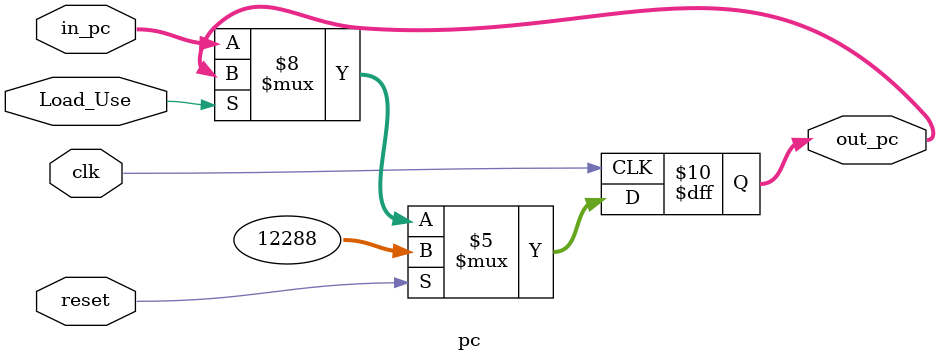
<source format=v>
module pc (
    in_pc,clk,reset,out_pc,
    Load_Use
);

input[31:0] in_pc;
input clk,reset;
input Load_Use;
output reg[31:0] out_pc;

initial begin
    out_pc=32'h00003000;  // 0x00003000
end

always @(posedge clk) begin
    if(Load_Use!=1)begin
        out_pc=in_pc;
    end
    if(reset)
        out_pc=32'h00003000;   // 0x00003000
end
    
endmodule
</source>
